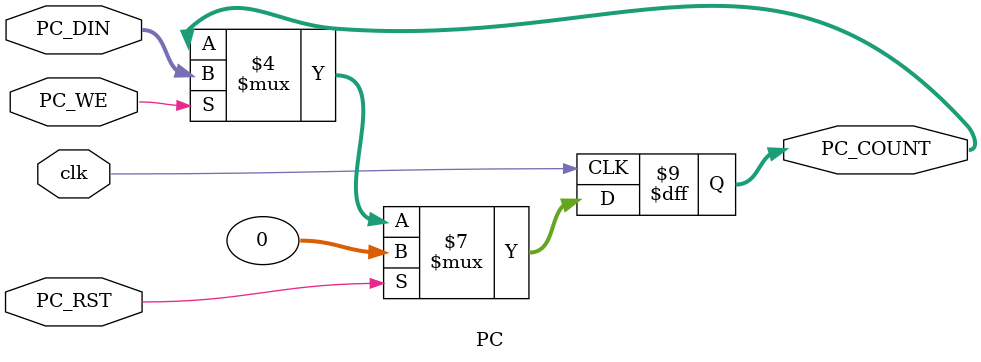
<source format=sv>
`timescale 1ns / 1ps

// 32 bit register
module PC (
    input[31:0] PC_DIN,     // 32-bit input data (DIN)
    input clk,           // Clock input signal (clk)
    input PC_WE,           // write enable signal
    input PC_RST,           // reset signal
    output logic[31:0] PC_COUNT  // 32-bit output data (DOUT)
    );
    
    // Always block that triggers on the rising edge of the clock signal (posedge clk)
    always_ff @(posedge clk)
    begin
        if (PC_RST == 1'b1)
            PC_COUNT <=32'b0;
        else if (PC_WE == 1'b1)
                PC_COUNT <= PC_DIN;
    end
endmodule

</source>
